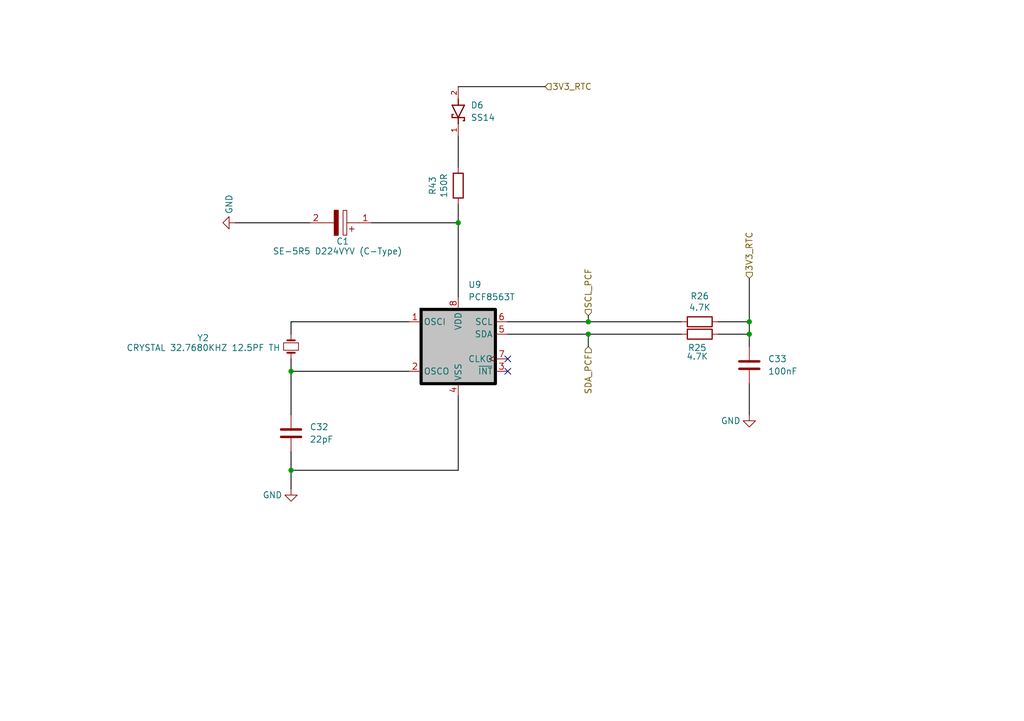
<source format=kicad_sch>
(kicad_sch (version 20231120) (generator "eeschema") (generator_version "8.0")
  (paper "A5")
  (lib_symbols
    (symbol "Device:C" (pin_numbers hide) (pin_names (offset 0.254))
      (property "Reference" "C" (at 0.635 2.54 0))
      (property "Value" "C" (at 0.635 -2.54 0))
      (symbol "C_0_1"
        (polyline (pts (xy -2.032 -0.762) (xy 2.032 -0.762)) (stroke (width 0.508)))
        (polyline (pts (xy -2.032 0.762) (xy 2.032 0.762)) (stroke (width 0.508)))
      )
      (symbol "C_1_1"
        (pin passive line (at 0 3.81 270) (length 2.794) (name "~") (number "1"))
        (pin passive line (at 0 -3.81 90) (length 2.794) (name "~") (number "2"))
      )
    )
    (symbol "Device:Crystal_Small" (pin_numbers hide) (pin_names (offset 1.016) hide)
      (property "Reference" "Y" (at 0 2.54 0))
      (property "Value" "Crystal_Small" (at 0 -2.54 0))
      (symbol "Crystal_Small_0_1"
        (rectangle (start -0.762 -1.524) (end 0.762 1.524))
        (polyline (pts (xy -1.27 -0.762) (xy -1.27 0.762)) (stroke (width 0.381)))
        (polyline (pts (xy 1.27 -0.762) (xy 1.27 0.762)) (stroke (width 0.381)))
      )
      (symbol "Crystal_Small_1_1"
        (pin passive line (at -2.54 0 0) (length 1.27) (name "1") (number "1"))
        (pin passive line (at 2.54 0 180) (length 1.27) (name "2") (number "2"))
      )
    )
    (symbol "Device:R" (pin_numbers hide) (pin_names (offset 0))
      (property "Reference" "R" (at 2.032 0 90))
      (property "Value" "R" (at 0 0 90))
      (symbol "R_0_1"
        (rectangle (start -1.016 -2.54) (end 1.016 2.54) (stroke (width 0.254)))
      )
      (symbol "R_1_1"
        (pin passive line (at 0 3.81 270) (length 1.27) (name "~") (number "1"))
        (pin passive line (at 0 -3.81 90) (length 1.27) (name "~") (number "2"))
      )
    )
    (symbol "SS14:SS14" (pin_names (offset 1.016))
      (property "Reference" "D6" (at -1.2701 2.54 90))
      (property "Value" "SS14" (at 1.2699 2.54 90))
      (symbol "SS14_0_0"
        (polyline (pts (xy -2.54 0) (xy -1.27 0)) (stroke (width 0.254)))
        (polyline (pts (xy -1.27 -1.27) (xy 1.27 0)) (stroke (width 0.254)))
        (polyline (pts (xy -1.27 0) (xy -1.27 -1.27)) (stroke (width 0.254)))
        (polyline (pts (xy -1.27 1.27) (xy -1.27 0)) (stroke (width 0.254)))
        (polyline (pts (xy 0.635 -1.016) (xy 0.635 -1.27)) (stroke (width 0.254)))
        (polyline (pts (xy 1.27 -1.27) (xy 0.635 -1.27)) (stroke (width 0.254)))
        (polyline (pts (xy 1.27 0) (xy -1.27 1.27)) (stroke (width 0.254)))
        (polyline (pts (xy 1.27 0) (xy 1.27 -1.27)) (stroke (width 0.254)))
        (polyline (pts (xy 1.27 1.27) (xy 1.27 0)) (stroke (width 0.254)))
        (polyline (pts (xy 1.905 1.27) (xy 1.27 1.27)) (stroke (width 0.254)))
        (polyline (pts (xy 1.905 1.27) (xy 1.905 1.016)) (stroke (width 0.254)))
        (polyline (pts (xy 2.54 0) (xy 1.27 0)) (stroke (width 0.254)))
      )
      (symbol "SS14_1_0"
        (pin passive line (at 5.08 0 180) (length 2.54) (name "~") (number "1"))
        (pin passive line (at -5.08 0 0) (length 2.54) (name "~") (number "2"))
      )
    )
    (symbol "Timer_RTC:PCF8563T"
      (property "Reference" "U6" (at 2.0194 12.7 0))
      (property "Value" "PCF8563T" (at 2.0194 10.16 0))
      (symbol "PCF8563T_1_1"
        (rectangle (start -7.62 7.62) (end 7.62 -7.62) (stroke (width 0.635) (color 0 0 0 1)) (fill (type color) (color 194 194 194 1)))
        (pin input line (at -10.16 5.08 0) (length 2.54) (name "OSCI") (number "1"))
        (pin output line (at -10.16 -5.08 0) (length 2.54) (name "OSCO") (number "2"))
        (pin output line (at 10.16 -5.08 180) (length 2.54) (name "~{INT}") (number "3"))
        (pin power_in line (at 0 -10.16 90) (length 2.54) (name "VSS") (number "4"))
        (pin bidirectional line (at 10.16 2.54 180) (length 2.54) (name "SDA") (number "5"))
        (pin input line (at 10.16 5.08 180) (length 2.54) (name "SCL") (number "6"))
        (pin output clock (at 10.16 -2.54 180) (length 2.54) (name "CLKO") (number "7"))
        (pin power_in line (at 0 10.16 270) (length 2.54) (name "VDD") (number "8"))
      )
    )
    (symbol "UWT1H221MNL1GS:UWT1H221MNL1GS" (pin_names (offset 0.762))
      (property "Reference" "C" (at 8.89 6.35 0))
      (property "Value" "UWT1H221MNL1GS" (at 8.89 3.81 0))
      (symbol "UWT1H221MNL1GS_0_0"
        (pin passive line (at 0 0 0) (length 2.54) (name "~") (number "1"))
        (pin passive line (at 12.7 0 180) (length 2.54) (name "~") (number "2"))
      )
      (symbol "UWT1H221MNL1GS_0_1"
        (polyline (pts (xy 2.54 0) (xy 5.08 0)) (stroke (width 0.1524)))
        (polyline (pts (xy 4.064 1.778) (xy 4.064 0.762)) (stroke (width 0.1524)))
        (polyline (pts (xy 4.572 1.27) (xy 3.556 1.27)) (stroke (width 0.1524)))
        (polyline (pts (xy 7.62 0) (xy 10.16 0)) (stroke (width 0.1524)))
        (polyline (pts (xy 5.08 2.54) (xy 5.08 -2.54) (xy 5.842 -2.54) (xy 5.842 2.54) (xy 5.08 2.54)) (stroke (width 0.1524)))
        (polyline (pts (xy 7.62 2.54) (xy 7.62 -2.54) (xy 6.858 -2.54) (xy 6.858 2.54) (xy 7.62 2.54)) (stroke (width 0.254)) (fill (type outline)))
      )
    )
    (symbol "power:GND" (power) (pin_names (offset 0))
      (property "Value" "GND" (at 0 -3.81 0))
      (symbol "GND_0_1"
        (polyline (pts (xy 0 0) (xy 0 -1.27) (xy 1.27 -1.27) (xy 0 -2.54) (xy -1.27 -1.27) (xy 0 -1.27)))
      )
      (symbol "GND_1_1"
        (pin power_in line (at 0 0 270) (length 0) hide (name "GND") (number "1"))
      )
    )
  )
  (junction (at 93.98 45.72))
  (junction (at 59.69 96.52))
  (junction (at 153.67 66.04))
  (junction (at 120.65 68.58))
  (junction (at 120.65 66.04))
  (junction (at 59.69 76.2))
  (junction (at 153.67 68.58))
  (no_connect (at 104.14 76.2))
  (no_connect (at 104.14 73.66))
  (wire (pts (xy 83.82 66.04) (xy 59.69 66.04)) (stroke (width 0.1778) (color 0 0 0 1)))
  (wire (pts (xy 120.65 64.77) (xy 120.65 66.04)) (stroke (width 0.1778) (color 0 0 0 1)))
  (wire (pts (xy 93.98 45.72) (xy 93.98 60.96)) (stroke (width 0.1778) (color 0 0 0 1)))
  (wire (pts (xy 120.65 66.04) (xy 139.7 66.04)) (stroke (width 0.1778) (color 0 0 0 1)))
  (wire (pts (xy 120.65 68.58) (xy 120.65 71.12)) (stroke (width 0.1778) (color 0 0 0 1)))
  (wire (pts (xy 153.67 66.04) (xy 153.67 68.58)) (stroke (width 0.1778) (color 0 0 0 1)))
  (wire (pts (xy 59.69 66.04) (xy 59.69 68.58)) (stroke (width 0.1778) (color 0 0 0 1)))
  (wire (pts (xy 147.32 68.58) (xy 153.67 68.58)) (stroke (width 0.1778) (color 0 0 0 1)))
  (wire (pts (xy 59.69 76.2) (xy 59.69 73.66)) (stroke (width 0.1778) (color 0 0 0 1)))
  (wire (pts (xy 48.26 45.72) (xy 63.5 45.72)) (stroke (width 0.1778) (color 0 0 0 1)))
  (wire (pts (xy 59.69 76.2) (xy 83.82 76.2)) (stroke (width 0.1778) (color 0 0 0 1)))
  (wire (pts (xy 153.67 57.15) (xy 153.67 66.04)) (stroke (width 0.1778) (color 0 0 0 1)))
  (wire (pts (xy 120.65 68.58) (xy 139.7 68.58)) (stroke (width 0.1778) (color 0 0 0 1)))
  (wire (pts (xy 147.32 66.04) (xy 153.67 66.04)) (stroke (width 0.1778) (color 0 0 0 1)))
  (wire (pts (xy 93.98 96.52) (xy 93.98 81.28)) (stroke (width 0.1778) (color 0 0 0 1)))
  (wire (pts (xy 76.2 45.72) (xy 93.98 45.72)) (stroke (width 0.1778) (color 0 0 0 1)))
  (wire (pts (xy 104.14 66.04) (xy 120.65 66.04)) (stroke (width 0.1778) (color 0 0 0 1)))
  (wire (pts (xy 59.69 100.33) (xy 59.69 96.52)) (stroke (width 0.1778) (color 0 0 0 1)))
  (wire (pts (xy 59.69 96.52) (xy 93.98 96.52)) (stroke (width 0.1778) (color 0 0 0 1)))
  (wire (pts (xy 153.67 68.58) (xy 153.67 71.12)) (stroke (width 0.1778) (color 0 0 0 1)))
  (wire (pts (xy 104.14 68.58) (xy 120.65 68.58)) (stroke (width 0.1778) (color 0 0 0 1)))
  (wire (pts (xy 59.69 96.52) (xy 59.69 92.71)) (stroke (width 0.1778) (color 0 0 0 1)))
  (wire (pts (xy 111.76 17.78) (xy 93.98 17.78)) (stroke (width 0.1778) (color 0 0 0 1)))
  (wire (pts (xy 93.98 41.91) (xy 93.98 45.72)) (stroke (width 0.1778) (color 0 0 0 1)))
  (wire (pts (xy 59.69 85.09) (xy 59.69 76.2)) (stroke (width 0.1778) (color 0 0 0 1)))
  (wire (pts (xy 93.98 34.29) (xy 93.98 27.94)) (stroke (width 0.1778) (color 0 0 0 1)))
  (wire (pts (xy 153.67 78.74) (xy 153.67 85.09)) (stroke (width 0.1778) (color 0 0 0 1)))
  (hierarchical_label "3V3_RTC" (shape input) (at 111.76 17.78 0))
  (hierarchical_label "3V3_RTC" (shape input) (at 153.67 57.15 90))
  (hierarchical_label "SCL_PCF" (shape input) (at 120.65 64.77 90))
  (hierarchical_label "SDA_PCF" (shape input) (at 120.65 71.12 270))
  (symbol (lib_id "power:GND") (at 48.26 45.72 270) (unit 1)
    (property "Reference" "#PWR0170" (effects (hide yes)))
    (property "Value" "GND" (at 46.99 41.91 0))
    (instances (project "I2CDevice" (path "" (reference "#PWR0170") (unit 1))) (project "Movita_CM4_CT_Router_V3.1" (path "" (reference "#PWR02") (unit 1))))
  )
  (symbol (lib_id "UWT1H221MNL1GS:UWT1H221MNL1GS") (at 76.2 45.72 180) (unit 1)
    (property "Reference" "C1" (at 71.628 49.53 0) (effects (justify left)))
    (property "Value" "SE-5R5 D224VYV (C-Type)" (at 82.55 51.562 0) (effects (justify left)))
    (property "Footprint" "Footprint Library:SuperCapacitor" (effects (hide yes)))
    (property "Field5" "SE-5R5 D224VYV (C-Type)" (effects (hide yes)))
  )
  (symbol (lib_id "Device:R") (at 93.98 38.1 0) (unit 1)
    (property "Reference" "R43" (at 88.7222 38.1 90))
    (property "Value" "150R" (at 91.0336 38.1 90))
    (property "Footprint" "Resistor_SMD:R_0603_1608Metric" (effects (hide yes)))
    (instances (project "I2CDevice" (path "" (reference "R43") (unit 1))) (project "Movita_CM4_CT_Router_V3.1" (path "" (reference "R2") (unit 1))))
  )
  (symbol (lib_id "Device:R") (at 143.51 68.58 270) (unit 1)
    (property "Reference" "R25" (at 143.002 71.374 90))
    (property "Value" "4.7K" (at 143.002 73.152 90))
    (property "Footprint" "Resistor_SMD:R_0603_1608Metric" (effects (hide yes)))
    (instances (project "I2CDevice" (path "" (reference "R25") (unit 1))) (project "Movita_CM4_CT_Router_V3.1" (path "" (reference "R3") (unit 1))))
  )
  (symbol (lib_id "power:GND") (at 59.69 100.33 0) (unit 1)
    (property "Reference" "#PWR0171" (effects (hide yes)))
    (property "Value" "GND" (at 55.88 101.6 0))
    (instances (project "I2CDevice" (path "" (reference "#PWR0171") (unit 1))) (project "Movita_CM4_CT_Router_V3.1" (path "" (reference "#PWR01") (unit 1))))
  )
  (symbol (lib_id "Device:C") (at 153.67 74.93 0) (unit 1)
    (property "Reference" "C33" (at 157.48 73.6599 0) (effects (justify left)))
    (property "Value" "100nF" (at 157.48 76.1999 0) (effects (justify left)))
    (property "Footprint" "Capacitor_SMD:C_0603_1608Metric" (effects (hide yes)))
    (instances (project "I2CDevice" (path "" (reference "C33") (unit 1))) (project "Movita_CM4_CT_Router_V3.1" (path "" (reference "C6") (unit 1))))
  )
  (symbol (lib_id "Device:C") (at 59.69 88.9 0) (unit 1)
    (property "Reference" "C32" (at 63.5 87.6299 0) (effects (justify left)))
    (property "Value" "22pF" (at 63.5 90.1699 0) (effects (justify left)))
    (property "Footprint" "Capacitor_SMD:C_0603_1608Metric" (effects (hide yes)))
    (instances (project "I2CDevice" (path "" (reference "C32") (unit 1))) (project "Movita_CM4_CT_Router_V3.1" (path "" (reference "C4") (unit 1))))
  )
  (symbol (lib_id "SS14:SS14") (at 93.98 22.86 270) (unit 1)
    (property "Reference" "D6" (at 96.52 21.5899 90) (effects (justify left)))
    (property "Value" "SS14" (at 96.52 24.1299 90) (effects (justify left)))
    (property "Footprint" "Footprint Library:SS14" (effects (hide yes)))
    (property "MPN" "SS14" (effects (hide yes)))
  )
  (symbol (lib_id "power:GND") (at 153.67 85.09 0) (unit 1)
    (property "Reference" "#PWR0172" (effects (hide yes)))
    (property "Value" "GND" (at 149.86 86.36 0))
    (instances (project "I2CDevice" (path "" (reference "#PWR0172") (unit 1))) (project "Movita_CM4_CT_Router_V3.1" (path "" (reference "#PWR08") (unit 1))))
  )
  (symbol (lib_id "Device:R") (at 143.51 66.04 270) (unit 1)
    (property "Reference" "R26" (at 143.51 60.7822 90))
    (property "Value" "4.7K" (at 143.51 63.0936 90))
    (property "Footprint" "Resistor_SMD:R_0603_1608Metric" (effects (hide yes)))
    (instances (project "I2CDevice" (path "" (reference "R26") (unit 1))) (project "Movita_CM4_CT_Router_V3.1" (path "" (reference "R4") (unit 1))))
  )
  (symbol (lib_id "Timer_RTC:PCF8563T") (at 93.98 71.12 0) (unit 1)
    (property "Reference" "U9" (at 95.9994 58.42 0) (effects (justify left)))
    (property "Value" "PCF8563T" (at 95.9994 60.96 0) (effects (justify left)))
    (property "Footprint" "Package_SO:SOIC-8_3.9x4.9mm_P1.27mm" (effects (hide yes)))
    (property "Datasheet" "https://assets.nexperia.com/documents/data-sheet/PCF8563.pdf" (effects (hide yes)))
    (property "Link" "https://www.lcsc.com/product-detail/Real-time-Clocks-RTC_NXP-Semicon-PCF8563T-5-518_C7440.html" (effects (hide yes)))
    (property "MPN" "PCF8563T/5,518" (effects (hide yes)))
    (instances (project "I2CDevice" (path "" (reference "U9") (unit 1))) (project "Movita_CM4_CT_Router_V3.1" (path "" (reference "U6") (unit 1))))
  )
  (symbol (lib_id "Device:Crystal_Small") (at 59.69 71.12 90) (unit 1)
    (property "Reference" "Y2" (at 40.386 69.342 90) (effects (justify right)))
    (property "Value" "CRYSTAL 32.7680KHZ 12.5PF TH" (at 25.908 71.374 90) (effects (justify right)))
    (property "Footprint" "Crystal:Crystal_AT310_D3.0mm_L10.0mm_Horizontal" (effects (hide yes)))
    (property "MPN" "CFS20632768DZFB" (effects (hide yes)))
    (property "Link" "https://www.digikey.com/en/products/detail/citizen-finedevice-co-ltd/CFS-20632768DZFB/283736" (effects (hide yes)))
  )
)
</source>
